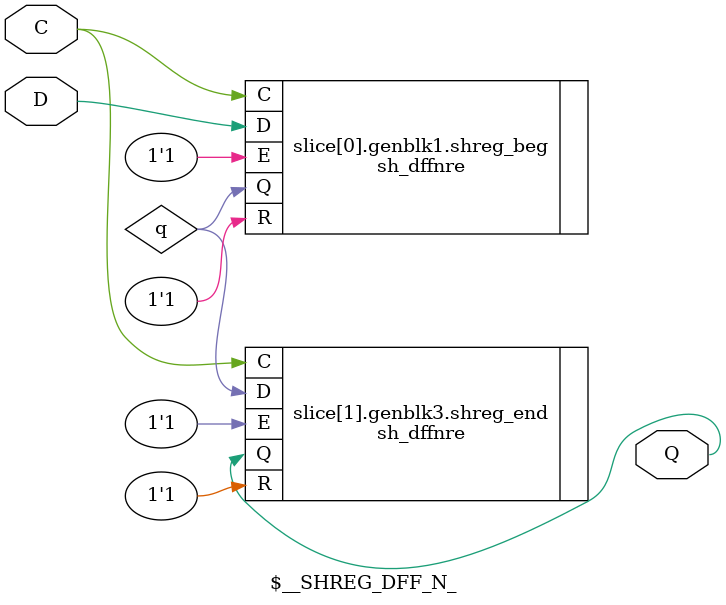
<source format=v>

module \$_DFF_PN0_ (C, R, D, Q);
    input  C;
    input  R;
    input  D;
    output Q;
    dffre _TECHMAP_REPLACE_ (.Q(Q), .D(D), .C(C), .E(1'b1), .R(R));
endmodule

module \$_DFF_PN1_ (C, R, D, Q);
    input  C;
    input  R;
    input  D;
    output Q;
	
	reg  D_int;
	reg  Q_int;
	
	assign D_int = ~D;
	
    dffre _TECHMAP_REPLACE_ (.Q(Q_int), .D(D_int), .C(C), .E(1'b1), .R(R));
	
	assign Q = ~Q_int;	
	
endmodule

module \$_DFF_NN0_ (C, R, D, Q);
    input  C;
    input  R;
    input  D;
    output Q;
    dffnre _TECHMAP_REPLACE_ (.Q(Q), .D(D), .C(C), .E(1'b1), .R(R));
endmodule

module \$_DFF_NN1_ (C, R, D, Q);
    input  C;
    input  R;
    input  D;
    output Q;
	
	reg  D_int;
	reg  Q_int;
	
	assign D_int = ~D;
	
    dffnre _TECHMAP_REPLACE_ (.Q(Q_int), .D(D_int), .C(C), .E(1'b1), .R(R));
	
	assign Q = ~Q_int;	
	
endmodule

module \$_SDFF_PN0_ (D, C, R, Q);
    input  D;
    input  C;
    input  R;
    output Q;
    sdffre _TECHMAP_REPLACE_ (.Q(Q), .D(D), .C(C), .E(1'b1), .R(R));
endmodule

module \$_SDFF_PN1_ (D, C, R, Q);
    input  D;
    input  C;
    input  R;
    output Q;
	
	reg  D_int;
	reg  Q_int;
	
	assign D_int = ~D;
	
    sdffre _TECHMAP_REPLACE_ (.Q(Q_int), .D(D_int), .C(C), .E(1'b1), .R(R));
	
	assign Q = ~Q_int;
endmodule

module \$_SDFF_NN0_ (D, C, R, Q);
    input  D;
    input  C;
    input  R;
    output Q;
    sdffnre _TECHMAP_REPLACE_ (.Q(Q), .D(D), .C(C), .E(1'b1), .R(R));
endmodule

module \$_SDFF_NN1_ (D, C, R, Q);
    input  D;
    input  C;
    input  R;
    output Q;
	
	reg  D_int;
	reg  Q_int;
	
	assign D_int = ~D;
	
    sdffnre _TECHMAP_REPLACE_ (.Q(Q_int), .D(D_int), .C(C), .E(1'b1), .R(R));
	
	assign Q = ~Q_int;	
endmodule

// DFF, asynchronous reset, enable
module \$_DFFE_PN0P_ (C, R, E, D, Q);
    input  C;
    input  R;
    input  E;
    input  D;
    output Q;
    dffre _TECHMAP_REPLACE_ (.Q(Q), .D(D), .C(C), .E(E), .R(R));
endmodule


module \$_DFFE_PN1P_ (C, R, E, D, Q);
    input  C;
    input  R;
    input  E;
    input  D;
    output Q;
	
	reg  D_int;
	reg  Q_int;
	
	assign D_int = ~D;
	
    dffre _TECHMAP_REPLACE_ (.Q(Q_int), .D(D_int), .C(C), .E(E), .R(R));
	
	assign Q = ~Q_int;	
	
endmodule

module \$_DFFE_NN0P_ (C, R, E, D, Q);
    input  C;
    input  R;
    input  E;
    input  D;
    output Q;
    dffnre _TECHMAP_REPLACE_ (.Q(Q), .D(D), .C(C), .E(E), .R(R));
endmodule

module \$_DFFE_NN1P_ (C, R, E, D, Q);
    input  C;
    input  R;
    input  E;
    input  D;
    output Q;
	
	reg  D_int;
	reg  Q_int;
	
	assign D_int = ~D;
	
    dffnre _TECHMAP_REPLACE_ (.Q(Q_int), .D(D_int), .C(C), .E(E), .R(R));
	
	assign Q = ~Q_int;	
	
endmodule

// DFF, synchronous set or reset, enable
module \$_SDFFE_PN0P_ (D, C, R, E, Q);
    input  D;
    input  C;
    input  R;
    input  E;
    output Q;
    sdffre _TECHMAP_REPLACE_ (.Q(Q), .D(D), .C(C), .E(E), .R(R));
endmodule

module \$_SDFFE_PN1P_ (D, C, R, E, Q);
    input  D;
    input  C;
    input  R;
    input  E;
    output Q;
	
	reg  D_int;
	reg  Q_int;
	
	assign D_int = ~D;
	
    sdffre _TECHMAP_REPLACE_ (.Q(Q_int), .D(D_int), .C(C), .E(E), .R(R));
	
	assign Q = ~Q_int;
endmodule

module \$_SDFFE_NN0P_ (D, C, R, E, Q);
    input  D;
    input  C;
    input  R;
    input  E;
    output Q;
    sdffnre _TECHMAP_REPLACE_ (.Q(Q), .D(D), .C(C), .E(E), .R(R));
endmodule

module \$_SDFFE_NN1P_ (D, C, R, E, Q);
    input  D;
    input  C;
    input  R;
    input  E;
    output Q;
	
	reg  D_int;
	reg  Q_int;
	
	assign D_int = ~D;
	
    sdffnre _TECHMAP_REPLACE_ (.Q(Q_int), .D(D_int), .C(C), .E(E), .R(R));
	
	assign Q = ~Q_int;	
endmodule

module \$__SHREG_DFF_P_ (D, Q, C);
    input  D;
    input  C;
    output Q;

    parameter DEPTH = 2;

    reg [DEPTH-2:0] q;

    genvar i;
    generate for (i = 0; i < DEPTH; i = i + 1) begin: slice

        // First in chain
        generate if (i == 0) begin
                 sh_dffre #() shreg_beg (
                    .Q(q[i]),
                    .D(D),
                    .C(C),
					.E(1'b1),
					.R(1'b1)
                );
        end endgenerate
        // Middle in chain
        generate if (i > 0 && i != DEPTH-1) begin
                 sh_dffre #() shreg_mid (
                    .Q(q[i]),
                    .D(q[i-1]),
                    .C(C),
					.E(1'b1),
					.R(1'b1)
                );
        end endgenerate
        // Last in chain
        generate if (i == DEPTH-1) begin
                 sh_dffre #() shreg_end (
                    .Q(Q),
                    .D(q[i-1]),
                    .C(C),
					.E(1'b1),
					.R(1'b1)
                );
        end endgenerate
   end: slice
   endgenerate

endmodule

module \$__SHREG_DFF_N_ (D, Q, C);
    input  D;
    input  C;
    output Q;

    parameter DEPTH = 2;

    reg [DEPTH-2:0] q;

    genvar i;
    generate for (i = 0; i < DEPTH; i = i + 1) begin: slice

        // First in chain
        generate if (i == 0) begin
                 sh_dffnre #() shreg_beg (
                    .Q(q[i]),
                    .D(D),
                    .C(C),
					.E(1'b1),
					.R(1'b1)
                );
        end endgenerate
        // Middle in chain
        generate if (i > 0 && i != DEPTH-1) begin
                 sh_dffnre #() shreg_mid (
                    .Q(q[i]),
                    .D(q[i-1]),
                    .C(C),
					.E(1'b1),
					.R(1'b1)
                );
        end endgenerate
        // Last in chain
        generate if (i == DEPTH-1) begin
                 sh_dffnre #() shreg_end (
                    .Q(Q),
                    .D(q[i-1]),
                    .C(C),
					.E(1'b1),
					.R(1'b1)
                );
        end endgenerate
   end: slice
   endgenerate

endmodule
</source>
